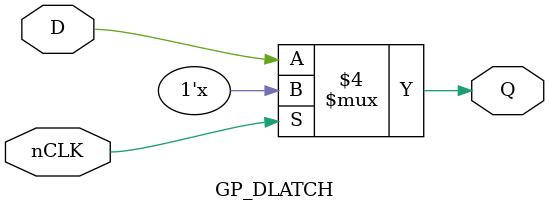
<source format=v>
module GP_DLATCH(input D, input nCLK, output reg Q);
	parameter [0:0] INIT = 1'bx;
	initial Q = INIT;
	always @(*) begin
		if(!nCLK)
			Q <= D;
	end
endmodule
</source>
